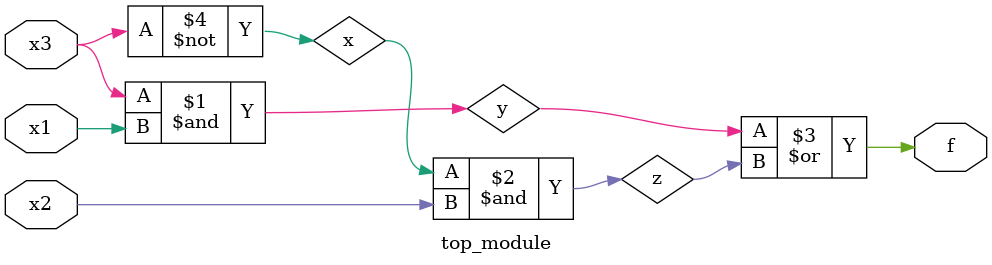
<source format=v>
module top_module( 
    input x3,
    input x2,
    input x1,  // three inputs
    output f   // one output
);
    wire x,y,z;
    not(x,x3);
    and(y,x3,x1);
    and(z,x,x2);
    or(f,y,z);

endmodule

</source>
